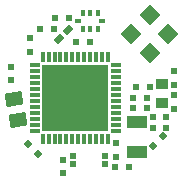
<source format=gtp>
%FSTAX23Y23*%
%MOIN*%
%SFA1B1*%

%IPPOS*%
%AMD18*
4,1,4,-0.024100,-0.027200,0.032000,-0.017300,0.024100,0.027200,-0.032000,0.017300,-0.024100,-0.027200,0.0*
%
%AMD20*
4,1,4,0.002100,0.018700,-0.018700,-0.002100,-0.002100,-0.018700,0.018700,0.002100,0.002100,0.018700,0.0*
%
%AMD24*
4,1,4,-0.034800,0.000000,0.000000,-0.034800,0.034800,0.000000,0.000000,0.034800,-0.034800,0.000000,0.0*
%
%AMD27*
4,1,4,0.000000,-0.015300,0.015300,0.000000,0.000000,0.015300,-0.015300,0.000000,0.000000,-0.015300,0.0*
%
%AMD28*
4,1,4,-0.015300,0.000000,0.000000,-0.015300,0.015300,0.000000,0.000000,0.015300,-0.015300,0.000000,0.0*
%
%ADD15R,0.224410X0.224410*%
%ADD16R,0.011810X0.033470*%
%ADD17R,0.033470X0.011810*%
G04~CAMADD=18~9~0.0~0.0~570.9~452.8~0.0~0.0~0~0.0~0.0~0.0~0.0~0~0.0~0.0~0.0~0.0~0~0.0~0.0~0.0~190.0~640.0~543.0*
%ADD18D18*%
%ADD19R,0.039370X0.035430*%
G04~CAMADD=20~9~0.0~0.0~295.3~236.2~0.0~0.0~0~0.0~0.0~0.0~0.0~0~0.0~0.0~0.0~0.0~0~0.0~0.0~0.0~45.0~374.0~373.0*
%ADD20D20*%
%ADD21R,0.021650X0.021650*%
%ADD22R,0.070870X0.039370*%
%ADD23R,0.021650X0.021650*%
G04~CAMADD=24~10~0.0~492.1~0.0~0.0~0.0~0.0~0~0.0~0.0~0.0~0.0~0~0.0~0.0~0.0~0.0~0~0.0~0.0~0.0~135.0~492.1~0.0*
%ADD24D24*%
%ADD25R,0.015750X0.023620*%
%ADD26R,0.023620X0.015750*%
G04~CAMADD=27~10~0.0~216.5~0.0~0.0~0.0~0.0~0~0.0~0.0~0.0~0.0~0~0.0~0.0~0.0~0.0~0~0.0~0.0~0.0~225.0~216.5~0.0*
%ADD27D27*%
G04~CAMADD=28~10~0.0~216.5~0.0~0.0~0.0~0.0~0~0.0~0.0~0.0~0.0~0~0.0~0.0~0.0~0.0~0~0.0~0.0~0.0~135.0~216.5~0.0*
%ADD28D28*%
%LNkoosh_main_board_v1_2-1*%
%LPD*%
G54D15*
X0025Y00284D03*
G54D16*
X00358Y00148D03*
X00338D03*
X00318D03*
X00299D03*
X00279D03*
X00259D03*
X0024D03*
X0022D03*
X002D03*
X00181D03*
X00161D03*
X00141D03*
Y0042D03*
X00161D03*
X00181D03*
X002D03*
X0022D03*
X0024D03*
X00259D03*
X00279D03*
X00299D03*
X00318D03*
X00338D03*
X00358D03*
G54D17*
X00114Y00175D03*
Y00195D03*
Y00215D03*
Y00234D03*
Y00254D03*
Y00274D03*
Y00294D03*
Y00313D03*
Y00333D03*
Y00353D03*
Y00372D03*
Y00392D03*
X00385D03*
Y00372D03*
Y00353D03*
Y00333D03*
Y00313D03*
Y00294D03*
Y00274D03*
Y00254D03*
Y00234D03*
Y00215D03*
Y00195D03*
Y00175D03*
G54D18*
X00057Y0021D03*
X00045Y00279D03*
G54D19*
X0054Y00268D03*
Y00331D03*
G54D20*
X00194Y00479D03*
X00225Y0051D03*
G54D21*
X00242Y00091D03*
Y00062D03*
X00347D03*
Y00091D03*
X00442Y00285D03*
X00488D03*
Y0025D03*
X00442D03*
X00553Y0022D03*
X00507D03*
X00428Y00055D03*
X00382D03*
X00498Y0032D03*
X00452D03*
X00298Y0047D03*
X00252D03*
X00553Y00185D03*
X00507D03*
X00132Y00515D03*
X00178D03*
X00228Y0055D03*
X00182D03*
G54D22*
X00454Y00203D03*
Y00104D03*
G54D23*
X0058Y00293D03*
Y00247D03*
X0021Y00078D03*
Y00032D03*
X001Y00437D03*
Y00483D03*
X00385Y00087D03*
Y00133D03*
X0058Y00327D03*
Y00373D03*
X00035Y00388D03*
Y00342D03*
G54D24*
X00497Y0056D03*
X00434Y00497D03*
X0056D03*
X00497Y00434D03*
G54D25*
X00274Y00566D03*
X003D03*
X00325D03*
X00274Y00513D03*
X003D03*
X00325D03*
G54D26*
X00339Y0054D03*
X0026D03*
G54D27*
X00093Y00131D03*
X00126Y00098D03*
G54D28*
X00541Y00156D03*
X00508Y00123D03*
M02*
</source>
